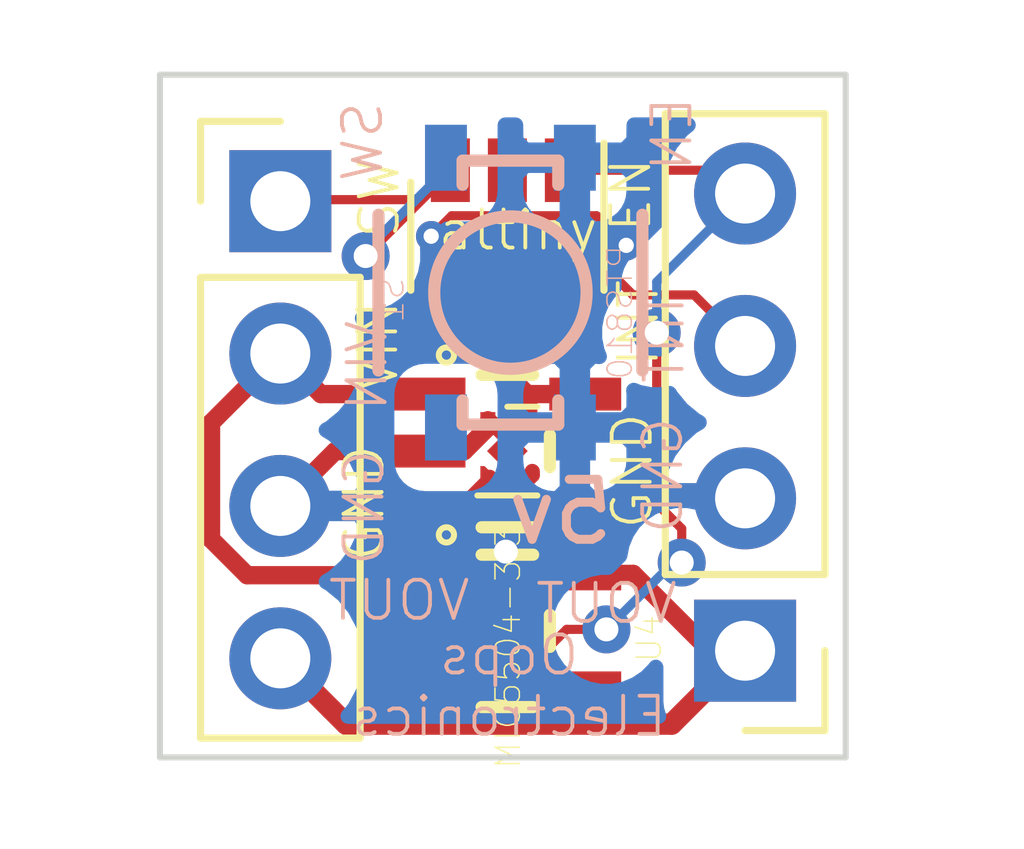
<source format=kicad_pcb>
(kicad_pcb (version 20171130) (host pcbnew "(5.1.4)-1")

  (general
    (thickness 1.6)
    (drawings 21)
    (tracks 78)
    (zones 0)
    (modules 7)
    (nets 8)
  )

  (page A4)
  (layers
    (0 Top signal)
    (31 Bottom signal)
    (32 B.Adhes user)
    (33 F.Adhes user)
    (34 B.Paste user)
    (35 F.Paste user)
    (36 B.SilkS user)
    (37 F.SilkS user)
    (38 B.Mask user)
    (39 F.Mask user)
    (40 Dwgs.User user)
    (41 Cmts.User user)
    (42 Eco1.User user)
    (43 Eco2.User user)
    (44 Edge.Cuts user)
    (45 Margin user)
    (46 B.CrtYd user)
    (47 F.CrtYd user)
    (48 B.Fab user)
    (49 F.Fab user)
  )

  (setup
    (last_trace_width 0.1524)
    (user_trace_width 0.1524)
    (user_trace_width 0.2032)
    (user_trace_width 0.254)
    (user_trace_width 0.3048)
    (user_trace_width 0.3556)
    (user_trace_width 0.4064)
    (user_trace_width 0.508)
    (user_trace_width 0.6096)
    (user_trace_width 0.762)
    (trace_clearance 0.1524)
    (zone_clearance 0.508)
    (zone_45_only no)
    (trace_min 0.1524)
    (via_size 0.8)
    (via_drill 0.4)
    (via_min_size 0.254)
    (via_min_drill 0.254)
    (user_via 0.508 0.254)
    (uvia_size 0.3)
    (uvia_drill 0.1)
    (uvias_allowed no)
    (uvia_min_size 0.2)
    (uvia_min_drill 0.1)
    (edge_width 0.1)
    (segment_width 0.2)
    (pcb_text_width 0.3)
    (pcb_text_size 1.5 1.5)
    (mod_edge_width 0.15)
    (mod_text_size 1 1)
    (mod_text_width 0.15)
    (pad_size 1.524 1.524)
    (pad_drill 0.762)
    (pad_to_mask_clearance 0.051)
    (solder_mask_min_width 0.25)
    (aux_axis_origin 0 0)
    (visible_elements 7FFFFFFF)
    (pcbplotparams
      (layerselection 0x010fc_ffffffff)
      (usegerberextensions false)
      (usegerberattributes false)
      (usegerberadvancedattributes false)
      (creategerberjobfile false)
      (excludeedgelayer true)
      (linewidth 0.100000)
      (plotframeref false)
      (viasonmask false)
      (mode 1)
      (useauxorigin false)
      (hpglpennumber 1)
      (hpglpenspeed 20)
      (hpglpendiameter 15.000000)
      (psnegative false)
      (psa4output false)
      (plotreference true)
      (plotvalue true)
      (plotinvisibletext false)
      (padsonsilk false)
      (subtractmaskfromsilk false)
      (outputformat 1)
      (mirror false)
      (drillshape 1)
      (scaleselection 1)
      (outputdirectory ""))
  )

  (net 0 "")
  (net 1 /SW)
  (net 2 /GND)
  (net 3 /VIN)
  (net 4 /LDO_EN)
  (net 5 /SW_INT)
  (net 6 /SW2v5)
  (net 7 /VOUT)

  (net_class Default "This is the default net class."
    (clearance 0.1524)
    (trace_width 0.1524)
    (via_dia 0.8)
    (via_drill 0.4)
    (uvia_dia 0.3)
    (uvia_drill 0.1)
    (add_net /GND)
    (add_net /LDO_EN)
    (add_net /SW)
    (add_net /SW2v5)
    (add_net /SW_INT)
    (add_net /VIN)
    (add_net /VOUT)
  )

  (module Connector_PinHeader_2.54mm:PinHeader_1x04_P2.54mm_Vertical (layer Top) (tedit 59FED5CC) (tstamp 5EBB20F9)
    (at 140.0556 96.2152 180)
    (descr "Through hole straight pin header, 1x04, 2.54mm pitch, single row")
    (tags "Through hole pin header THT 1x04 2.54mm single row")
    (path /5EBB3B88)
    (fp_text reference J3 (at 0 -2.33) (layer F.SilkS) hide
      (effects (font (size 1 1) (thickness 0.15)))
    )
    (fp_text value Conn_01x04 (at 0 9.95) (layer F.Fab)
      (effects (font (size 1 1) (thickness 0.15)))
    )
    (fp_text user %R (at 0 3.81 90) (layer F.Fab)
      (effects (font (size 1 1) (thickness 0.15)))
    )
    (fp_line (start 1.8 -1.8) (end -1.8 -1.8) (layer F.CrtYd) (width 0.05))
    (fp_line (start 1.8 9.4) (end 1.8 -1.8) (layer F.CrtYd) (width 0.05))
    (fp_line (start -1.8 9.4) (end 1.8 9.4) (layer F.CrtYd) (width 0.05))
    (fp_line (start -1.8 -1.8) (end -1.8 9.4) (layer F.CrtYd) (width 0.05))
    (fp_line (start -1.33 -1.33) (end 0 -1.33) (layer F.SilkS) (width 0.12))
    (fp_line (start -1.33 0) (end -1.33 -1.33) (layer F.SilkS) (width 0.12))
    (fp_line (start -1.33 1.27) (end 1.33 1.27) (layer F.SilkS) (width 0.12))
    (fp_line (start 1.33 1.27) (end 1.33 8.95) (layer F.SilkS) (width 0.12))
    (fp_line (start -1.33 1.27) (end -1.33 8.95) (layer F.SilkS) (width 0.12))
    (fp_line (start -1.33 8.95) (end 1.33 8.95) (layer F.SilkS) (width 0.12))
    (fp_line (start -1.27 -0.635) (end -0.635 -1.27) (layer F.Fab) (width 0.1))
    (fp_line (start -1.27 8.89) (end -1.27 -0.635) (layer F.Fab) (width 0.1))
    (fp_line (start 1.27 8.89) (end -1.27 8.89) (layer F.Fab) (width 0.1))
    (fp_line (start 1.27 -1.27) (end 1.27 8.89) (layer F.Fab) (width 0.1))
    (fp_line (start -0.635 -1.27) (end 1.27 -1.27) (layer F.Fab) (width 0.1))
    (pad 4 thru_hole oval (at 0 7.62 180) (size 1.7 1.7) (drill 1) (layers *.Cu *.Mask)
      (net 4 /LDO_EN))
    (pad 3 thru_hole oval (at 0 5.08 180) (size 1.7 1.7) (drill 1) (layers *.Cu *.Mask)
      (net 5 /SW_INT))
    (pad 2 thru_hole oval (at 0 2.54 180) (size 1.7 1.7) (drill 1) (layers *.Cu *.Mask)
      (net 2 /GND))
    (pad 1 thru_hole rect (at 0 0 180) (size 1.7 1.7) (drill 1) (layers *.Cu *.Mask)
      (net 7 /VOUT))
    (model ${KISYS3DMOD}/Connector_PinHeader_2.54mm.3dshapes/PinHeader_1x04_P2.54mm_Vertical.wrl
      (at (xyz 0 0 0))
      (scale (xyz 1 1 1))
      (rotate (xyz 0 0 0))
    )
  )

  (module Connector_PinHeader_2.54mm:PinHeader_1x04_P2.54mm_Vertical (layer Top) (tedit 59FED5CC) (tstamp 5EBB20E1)
    (at 132.3086 88.7222)
    (descr "Through hole straight pin header, 1x04, 2.54mm pitch, single row")
    (tags "Through hole pin header THT 1x04 2.54mm single row")
    (path /5EBB3485)
    (fp_text reference J2 (at 0 -2.33) (layer F.SilkS) hide
      (effects (font (size 1 1) (thickness 0.15)))
    )
    (fp_text value Conn_01x04 (at 0 9.95) (layer F.Fab)
      (effects (font (size 1 1) (thickness 0.15)))
    )
    (fp_text user %R (at 0 3.81 135) (layer F.Fab)
      (effects (font (size 1 1) (thickness 0.15)))
    )
    (fp_line (start 1.8 -1.8) (end -1.8 -1.8) (layer F.CrtYd) (width 0.05))
    (fp_line (start 1.8 9.4) (end 1.8 -1.8) (layer F.CrtYd) (width 0.05))
    (fp_line (start -1.8 9.4) (end 1.8 9.4) (layer F.CrtYd) (width 0.05))
    (fp_line (start -1.8 -1.8) (end -1.8 9.4) (layer F.CrtYd) (width 0.05))
    (fp_line (start -1.33 -1.33) (end 0 -1.33) (layer F.SilkS) (width 0.12))
    (fp_line (start -1.33 0) (end -1.33 -1.33) (layer F.SilkS) (width 0.12))
    (fp_line (start -1.33 1.27) (end 1.33 1.27) (layer F.SilkS) (width 0.12))
    (fp_line (start 1.33 1.27) (end 1.33 8.95) (layer F.SilkS) (width 0.12))
    (fp_line (start -1.33 1.27) (end -1.33 8.95) (layer F.SilkS) (width 0.12))
    (fp_line (start -1.33 8.95) (end 1.33 8.95) (layer F.SilkS) (width 0.12))
    (fp_line (start -1.27 -0.635) (end -0.635 -1.27) (layer F.Fab) (width 0.1))
    (fp_line (start -1.27 8.89) (end -1.27 -0.635) (layer F.Fab) (width 0.1))
    (fp_line (start 1.27 8.89) (end -1.27 8.89) (layer F.Fab) (width 0.1))
    (fp_line (start 1.27 -1.27) (end 1.27 8.89) (layer F.Fab) (width 0.1))
    (fp_line (start -0.635 -1.27) (end 1.27 -1.27) (layer F.Fab) (width 0.1))
    (pad 4 thru_hole oval (at 0 7.62) (size 1.7 1.7) (drill 1) (layers *.Cu *.Mask)
      (net 7 /VOUT))
    (pad 3 thru_hole oval (at 0 5.08) (size 1.7 1.7) (drill 1) (layers *.Cu *.Mask)
      (net 2 /GND))
    (pad 2 thru_hole oval (at 0 2.54) (size 1.7 1.7) (drill 1) (layers *.Cu *.Mask)
      (net 3 /VIN))
    (pad 1 thru_hole rect (at 0 0) (size 1.7 1.7) (drill 1) (layers *.Cu *.Mask)
      (net 1 /SW))
    (model ${KISYS3DMOD}/Connector_PinHeader_2.54mm.3dshapes/PinHeader_1x04_P2.54mm_Vertical.wrl
      (at (xyz 0 0 0))
      (scale (xyz 1 1 1))
      (rotate (xyz 0 0 0))
    )
  )

  (module JohnLibrary:john-SOT23-5 (layer Top) (tedit 5CA75596) (tstamp 5EBB1AD4)
    (at 136.0932 95.885 270)
    (descr "SMALL OUTLINE TRANSISTOR")
    (tags "SMALL OUTLINE TRANSISTOR")
    (path /5EBB1A85)
    (attr smd)
    (fp_text reference U4 (at 0.127 -2.3622 90) (layer F.SilkS)
      (effects (font (size 0.4064 0.4064) (thickness 0.0254)))
    )
    (fp_text value MIC5504-3.3 (at 0.2667 -0.0127 90) (layer F.SilkS)
      (effects (font (size 0.4064 0.4064) (thickness 0.0254)))
    )
    (fp_circle (center -1.6002 1.016) (end -1.6002 0.889) (layer F.SilkS) (width 0.1))
    (fp_line (start -1.39954 -0.79756) (end -1.39954 0.79756) (layer Dwgs.User) (width 0.1524))
    (fp_line (start 1.39954 -0.79756) (end 1.39954 0.79756) (layer Dwgs.User) (width 0.1524))
    (fp_line (start -0.2667 -0.70866) (end 0.2667 -0.70866) (layer F.SilkS) (width 0.2032))
    (fp_line (start -1.39954 -0.79756) (end 1.39954 -0.79756) (layer Dwgs.User) (width 0.1524))
    (fp_line (start -1.27 0.42926) (end -1.27 -0.42926) (layer F.SilkS) (width 0.2032))
    (fp_line (start 1.39954 0.79756) (end -1.39954 0.79756) (layer Dwgs.User) (width 0.1524))
    (fp_line (start 1.27 -0.42926) (end 1.27 0.42926) (layer F.SilkS) (width 0.2032))
    (fp_line (start -1.19888 -0.84836) (end -1.19888 -1.4986) (layer Dwgs.User) (width 0.06604))
    (fp_line (start -1.19888 -1.4986) (end -0.6985 -1.4986) (layer Dwgs.User) (width 0.06604))
    (fp_line (start -0.6985 -0.84836) (end -0.6985 -1.4986) (layer Dwgs.User) (width 0.06604))
    (fp_line (start -1.19888 -0.84836) (end -0.6985 -0.84836) (layer Dwgs.User) (width 0.06604))
    (fp_line (start 0.6985 -0.84836) (end 0.6985 -1.4986) (layer Dwgs.User) (width 0.06604))
    (fp_line (start 0.6985 -1.4986) (end 1.19888 -1.4986) (layer Dwgs.User) (width 0.06604))
    (fp_line (start 1.19888 -0.84836) (end 1.19888 -1.4986) (layer Dwgs.User) (width 0.06604))
    (fp_line (start 0.6985 -0.84836) (end 1.19888 -0.84836) (layer Dwgs.User) (width 0.06604))
    (fp_line (start 0.6985 1.4986) (end 0.6985 0.84836) (layer Dwgs.User) (width 0.06604))
    (fp_line (start 0.6985 0.84836) (end 1.19888 0.84836) (layer Dwgs.User) (width 0.06604))
    (fp_line (start 1.19888 1.4986) (end 1.19888 0.84836) (layer Dwgs.User) (width 0.06604))
    (fp_line (start 0.6985 1.4986) (end 1.19888 1.4986) (layer Dwgs.User) (width 0.06604))
    (fp_line (start -0.24892 1.4986) (end -0.24892 0.84836) (layer Dwgs.User) (width 0.06604))
    (fp_line (start -0.24892 0.84836) (end 0.24892 0.84836) (layer Dwgs.User) (width 0.06604))
    (fp_line (start 0.24892 1.4986) (end 0.24892 0.84836) (layer Dwgs.User) (width 0.06604))
    (fp_line (start -0.24892 1.4986) (end 0.24892 1.4986) (layer Dwgs.User) (width 0.06604))
    (fp_line (start -1.19888 1.4986) (end -1.19888 0.84836) (layer Dwgs.User) (width 0.06604))
    (fp_line (start -1.19888 0.84836) (end -0.6985 0.84836) (layer Dwgs.User) (width 0.06604))
    (fp_line (start -0.6985 1.4986) (end -0.6985 0.84836) (layer Dwgs.User) (width 0.06604))
    (fp_line (start -1.19888 1.4986) (end -0.6985 1.4986) (layer Dwgs.User) (width 0.06604))
    (pad 5 smd rect (at -0.94996 -1.29794 270) (size 0.54864 1.19888) (layers Top F.Paste F.Mask)
      (net 7 /VOUT))
    (pad 4 smd rect (at 0.94996 -1.29794 270) (size 0.54864 1.19888) (layers Top F.Paste F.Mask))
    (pad 3 smd rect (at 0.94996 1.29794 270) (size 0.54864 1.19888) (layers Top F.Paste F.Mask)
      (net 4 /LDO_EN))
    (pad 2 smd rect (at 0 1.29794 270) (size 0.54864 1.19888) (layers Top F.Paste F.Mask)
      (net 2 /GND))
    (pad 1 smd rect (at -0.94996 1.29794 270) (size 0.54864 1.19888) (layers Top F.Paste F.Mask)
      (net 3 /VIN))
    (model ${KISYS3DMOD}/Package_TO_SOT_SMD.3dshapes/SOT-23-5.step
      (at (xyz 0 0 0))
      (scale (xyz 1 1 1))
      (rotate (xyz 0 0 -90))
    )
  )

  (module JohnLibrary:john-SOT23-5 (layer Top) (tedit 5CA75596) (tstamp 5EBB1667)
    (at 136.093199 92.8878 270)
    (descr "SMALL OUTLINE TRANSISTOR")
    (tags "SMALL OUTLINE TRANSISTOR")
    (path /5EBB3068)
    (attr smd)
    (fp_text reference U3 (at 0.127 -2.3622 90) (layer F.SilkS) hide
      (effects (font (size 0.4064 0.4064) (thickness 0.0254)))
    )
    (fp_text value MIC5504-3.3 (at 0.2667 -0.0127 90) (layer F.SilkS) hide
      (effects (font (size 0.4064 0.4064) (thickness 0.0254)))
    )
    (fp_circle (center -1.6002 1.016) (end -1.6002 0.889) (layer F.SilkS) (width 0.1))
    (fp_line (start -1.39954 -0.79756) (end -1.39954 0.79756) (layer Dwgs.User) (width 0.1524))
    (fp_line (start 1.39954 -0.79756) (end 1.39954 0.79756) (layer Dwgs.User) (width 0.1524))
    (fp_line (start -0.2667 -0.70866) (end 0.2667 -0.70866) (layer F.SilkS) (width 0.2032))
    (fp_line (start -1.39954 -0.79756) (end 1.39954 -0.79756) (layer Dwgs.User) (width 0.1524))
    (fp_line (start -1.27 0.42926) (end -1.27 -0.42926) (layer F.SilkS) (width 0.2032))
    (fp_line (start 1.39954 0.79756) (end -1.39954 0.79756) (layer Dwgs.User) (width 0.1524))
    (fp_line (start 1.27 -0.42926) (end 1.27 0.42926) (layer F.SilkS) (width 0.2032))
    (fp_line (start -1.19888 -0.84836) (end -1.19888 -1.4986) (layer Dwgs.User) (width 0.06604))
    (fp_line (start -1.19888 -1.4986) (end -0.6985 -1.4986) (layer Dwgs.User) (width 0.06604))
    (fp_line (start -0.6985 -0.84836) (end -0.6985 -1.4986) (layer Dwgs.User) (width 0.06604))
    (fp_line (start -1.19888 -0.84836) (end -0.6985 -0.84836) (layer Dwgs.User) (width 0.06604))
    (fp_line (start 0.6985 -0.84836) (end 0.6985 -1.4986) (layer Dwgs.User) (width 0.06604))
    (fp_line (start 0.6985 -1.4986) (end 1.19888 -1.4986) (layer Dwgs.User) (width 0.06604))
    (fp_line (start 1.19888 -0.84836) (end 1.19888 -1.4986) (layer Dwgs.User) (width 0.06604))
    (fp_line (start 0.6985 -0.84836) (end 1.19888 -0.84836) (layer Dwgs.User) (width 0.06604))
    (fp_line (start 0.6985 1.4986) (end 0.6985 0.84836) (layer Dwgs.User) (width 0.06604))
    (fp_line (start 0.6985 0.84836) (end 1.19888 0.84836) (layer Dwgs.User) (width 0.06604))
    (fp_line (start 1.19888 1.4986) (end 1.19888 0.84836) (layer Dwgs.User) (width 0.06604))
    (fp_line (start 0.6985 1.4986) (end 1.19888 1.4986) (layer Dwgs.User) (width 0.06604))
    (fp_line (start -0.24892 1.4986) (end -0.24892 0.84836) (layer Dwgs.User) (width 0.06604))
    (fp_line (start -0.24892 0.84836) (end 0.24892 0.84836) (layer Dwgs.User) (width 0.06604))
    (fp_line (start 0.24892 1.4986) (end 0.24892 0.84836) (layer Dwgs.User) (width 0.06604))
    (fp_line (start -0.24892 1.4986) (end 0.24892 1.4986) (layer Dwgs.User) (width 0.06604))
    (fp_line (start -1.19888 1.4986) (end -1.19888 0.84836) (layer Dwgs.User) (width 0.06604))
    (fp_line (start -1.19888 0.84836) (end -0.6985 0.84836) (layer Dwgs.User) (width 0.06604))
    (fp_line (start -0.6985 1.4986) (end -0.6985 0.84836) (layer Dwgs.User) (width 0.06604))
    (fp_line (start -1.19888 1.4986) (end -0.6985 1.4986) (layer Dwgs.User) (width 0.06604))
    (pad 5 smd rect (at -0.94996 -1.29794 270) (size 0.54864 1.19888) (layers Top F.Paste F.Mask)
      (net 6 /SW2v5))
    (pad 4 smd rect (at 0.94996 -1.29794 270) (size 0.54864 1.19888) (layers Top F.Paste F.Mask))
    (pad 3 smd rect (at 0.94996 1.29794 270) (size 0.54864 1.19888) (layers Top F.Paste F.Mask)
      (net 3 /VIN))
    (pad 2 smd rect (at 0 1.29794 270) (size 0.54864 1.19888) (layers Top F.Paste F.Mask)
      (net 2 /GND))
    (pad 1 smd rect (at -0.94996 1.29794 270) (size 0.54864 1.19888) (layers Top F.Paste F.Mask)
      (net 3 /VIN))
    (model ${KISYS3DMOD}/Package_TO_SOT_SMD.3dshapes/SOT-23-5.step
      (at (xyz 0 0 0))
      (scale (xyz 1 1 1))
      (rotate (xyz 0 0 -90))
    )
  )

  (module Package_DFN_QFN:UDFN-4_1x1mm_P0.65mm (layer Top) (tedit 5A02F385) (tstamp 5EBB131C)
    (at 136.093199 92.8878 270)
    (descr UDFN-4_1x1mm_P0.65mm)
    (tags UDFN-4_1x1mm_P0.65mm)
    (path /5EBB1F73)
    (attr smd)
    (fp_text reference U1 (at 1.8034 -0.3048) (layer F.SilkS) hide
      (effects (font (size 1 1) (thickness 0.15)))
    )
    (fp_text value TCR3UM18ALF (at 0.47 2.34 90) (layer F.Fab)
      (effects (font (size 1 1) (thickness 0.15)))
    )
    (fp_text user %R (at 0.04 0.08 90) (layer F.Fab)
      (effects (font (size 0.25 0.25) (thickness 0.025)))
    )
    (fp_line (start 0.5 -0.5) (end 0.5 0.5) (layer F.Fab) (width 0.1))
    (fp_line (start -0.12 -0.5) (end 0.5 -0.5) (layer F.Fab) (width 0.1))
    (fp_line (start -0.5 0.5) (end -0.5 -0.12) (layer F.Fab) (width 0.1))
    (fp_line (start 0.5 0.5) (end -0.5 0.5) (layer F.Fab) (width 0.1))
    (fp_line (start -0.12 -0.5) (end -0.5 -0.12) (layer F.Fab) (width 0.1))
    (fp_line (start -1.5 1.5) (end -1.5 -1.5) (layer F.CrtYd) (width 0.05))
    (fp_line (start 1.5 1.5) (end -1.5 1.5) (layer F.CrtYd) (width 0.05))
    (fp_line (start 1.5 -1.5) (end 1.5 1.5) (layer F.CrtYd) (width 0.05))
    (fp_line (start -1.5 -1.5) (end 1.5 -1.5) (layer F.CrtYd) (width 0.05))
    (fp_line (start -0.74 -0.5) (end -0.74 0) (layer F.SilkS) (width 0.1))
    (fp_line (start 0.74 -0.5) (end 0.74 0.5) (layer F.SilkS) (width 0.1))
    (pad 2 smd rect (at -0.345 0.415) (size 0.07 0.19) (layers Top F.Paste F.Mask)
      (net 2 /GND))
    (pad 2 smd trapezoid (at -0.43 0.29) (size 0.18 0.18) (rect_delta 0.1799 0 ) (layers Top F.Paste F.Mask)
      (net 2 /GND))
    (pad 1 smd trapezoid (at -0.43 -0.3 90) (size 0.2 0.2) (rect_delta 0 0.19999 ) (layers Top F.Paste F.Mask)
      (net 6 /SW2v5))
    (pad 2 smd rect (at -0.54 0.325 180) (size 0.25 0.22) (layers Top F.Paste F.Mask)
      (net 2 /GND))
    (pad 5 smd rect (at 0 0.17 225) (size 0.24 0.24) (layers Top F.Paste F.Mask)
      (net 2 /GND))
    (pad 1 smd rect (at -0.54 -0.325 180) (size 0.25 0.22) (layers Top F.Paste F.Mask)
      (net 6 /SW2v5))
    (pad 4 smd rect (at 0.54 -0.325 180) (size 0.25 0.22) (layers Top F.Paste F.Mask)
      (net 3 /VIN))
    (pad 4 smd trapezoid (at 0.425 -0.29 180) (size 0.18 0.18) (rect_delta 0.1799 0 ) (layers Top F.Paste F.Mask)
      (net 3 /VIN))
    (pad 4 smd rect (at 0.34 -0.415) (size 0.07 0.19) (layers Top F.Paste F.Mask)
      (net 3 /VIN))
    (pad 3 smd rect (at 0.54 0.325 180) (size 0.25 0.22) (layers Top F.Paste F.Mask)
      (net 3 /VIN))
    (pad 3 smd trapezoid (at 0.43 0.29 270) (size 0.18 0.18) (rect_delta 0 0.17999 ) (layers Top F.Paste F.Mask)
      (net 3 /VIN))
    (pad 1 smd trapezoid (at -0.38 -0.35 90) (size 0.2 0.2) (rect_delta 0 0.19999 ) (layers Top F.Paste F.Mask)
      (net 6 /SW2v5))
    (pad 3 smd rect (at 0.345 0.415) (size 0.07 0.19) (layers Top F.Paste F.Mask)
      (net 3 /VIN))
    (pad 5 smd rect (at 0.17 0 225) (size 0.24 0.24) (layers Top F.Paste F.Mask)
      (net 2 /GND))
    (pad 5 smd rect (at -0.17 0 225) (size 0.24 0.24) (layers Top F.Paste F.Mask)
      (net 2 /GND))
    (pad 5 smd rect (at 0 -0.17 225) (size 0.24 0.24) (layers Top F.Paste F.Mask)
      (net 2 /GND))
    (model ${KISYS3DMOD}/Package_DFN_QFN.3dshapes/UDFN-4_1x1mm_P0.65mm.wrl
      (at (xyz 0 0 0))
      (scale (xyz 1 1 1))
      (rotate (xyz 0 0 0))
    )
  )

  (module JohnLibrary:john-TACTILE_SWITCH_SMD-4 (layer Bottom) (tedit 5EA2F5AB) (tstamp 5EBB0E55)
    (at 136.144 90.2462 270)
    (path /5EBAD348)
    (attr smd)
    (fp_text reference S1 (at 0.127 1.9812 270) (layer B.SilkS)
      (effects (font (size 0.4064 0.4064) (thickness 0.0254)) (justify mirror))
    )
    (fp_text value PTS810 (at 0.3302 -1.8288 270) (layer B.SilkS)
      (effects (font (size 0.4064 0.4064) (thickness 0.0254)) (justify mirror))
    )
    (fp_circle (center 0 0) (end 0 1.27) (layer B.SilkS) (width 0.2032))
    (fp_line (start -1.79832 -0.79756) (end -2.19964 -0.79756) (layer B.SilkS) (width 0.2032))
    (fp_line (start -1.79832 0.79756) (end -2.19964 0.79756) (layer B.SilkS) (width 0.2032))
    (fp_line (start 2.19964 -0.79756) (end 1.79832 -0.79756) (layer B.SilkS) (width 0.2032))
    (fp_line (start 2.19964 0.79756) (end 1.79832 0.79756) (layer B.SilkS) (width 0.2032))
    (fp_line (start -1.29794 -2.19964) (end 1.29794 -2.19964) (layer B.SilkS) (width 0.2032))
    (fp_line (start 2.19964 -0.79756) (end 2.19964 0.79756) (layer B.SilkS) (width 0.2032))
    (fp_line (start 1.29794 2.19964) (end -1.29794 2.19964) (layer B.SilkS) (width 0.2032))
    (fp_line (start -2.19964 0.79756) (end -2.19964 -0.79756) (layer B.SilkS) (width 0.2032))
    (fp_line (start -2.2479 -2.2479) (end -2.2479 2.2479) (layer Dwgs.User) (width 0.127))
    (fp_line (start 2.2479 -2.2479) (end -2.2479 -2.2479) (layer Dwgs.User) (width 0.127))
    (fp_line (start 2.2479 2.2479) (end 2.2479 -2.2479) (layer Dwgs.User) (width 0.127))
    (fp_line (start -2.2479 2.2479) (end 2.2479 2.2479) (layer Dwgs.User) (width 0.127))
    (fp_line (start 1.905 -0.2286) (end 1.905 -1.11252) (layer Dwgs.User) (width 0.127))
    (fp_line (start 1.905 0.4445) (end 2.159 -0.00762) (layer Dwgs.User) (width 0.127))
    (fp_line (start 1.905 1.27) (end 1.905 0.4445) (layer Dwgs.User) (width 0.127))
    (pad B2 smd rect (at 2.2479 -1.07442 270) (size 1.09982 0.6985) (layers Bottom B.Paste B.Mask)
      (net 2 /GND))
    (pad B1 smd rect (at -2.2479 -1.07442 270) (size 1.09982 0.6985) (layers Bottom B.Paste B.Mask)
      (net 2 /GND))
    (pad A2 smd rect (at 2.2479 1.07442 270) (size 1.09982 0.6985) (layers Bottom B.Paste B.Mask)
      (net 1 /SW))
    (pad A1 smd rect (at -2.2479 1.07442 270) (size 1.09982 0.6985) (layers Bottom B.Paste B.Mask)
      (net 1 /SW))
    (model ${PERSONAL3DMOD}/2pts810.step
      (at (xyz 0 0 0))
      (scale (xyz 1 1 1))
      (rotate (xyz 0 0 0))
    )
  )

  (module Package_TO_SOT_SMD:SOT-23-6 (layer Top) (tedit 5A02FF57) (tstamp 5E8A575E)
    (at 136.0932 89.3064 270)
    (descr "6-pin SOT-23 package")
    (tags SOT-23-6)
    (path /5E8F1EF9)
    (attr smd)
    (fp_text reference U2 (at 0 -2.9 90) (layer F.SilkS) hide
      (effects (font (size 1 1) (thickness 0.15)))
    )
    (fp_text value ATtiny10-TS (at 0 2.9 135) (layer F.Fab)
      (effects (font (size 1 1) (thickness 0.15)))
    )
    (fp_text user %R (at 0 0) (layer F.Fab)
      (effects (font (size 0.5 0.5) (thickness 0.075)))
    )
    (fp_line (start -0.9 1.61) (end 0.9 1.61) (layer F.SilkS) (width 0.12))
    (fp_line (start 0.9 -1.61) (end -1.55 -1.61) (layer F.SilkS) (width 0.12))
    (fp_line (start 1.9 -1.8) (end -1.9 -1.8) (layer F.CrtYd) (width 0.05))
    (fp_line (start 1.9 1.8) (end 1.9 -1.8) (layer F.CrtYd) (width 0.05))
    (fp_line (start -1.9 1.8) (end 1.9 1.8) (layer F.CrtYd) (width 0.05))
    (fp_line (start -1.9 -1.8) (end -1.9 1.8) (layer F.CrtYd) (width 0.05))
    (fp_line (start -0.9 -0.9) (end -0.25 -1.55) (layer F.Fab) (width 0.1))
    (fp_line (start 0.9 -1.55) (end -0.25 -1.55) (layer F.Fab) (width 0.1))
    (fp_line (start -0.9 -0.9) (end -0.9 1.55) (layer F.Fab) (width 0.1))
    (fp_line (start 0.9 1.55) (end -0.9 1.55) (layer F.Fab) (width 0.1))
    (fp_line (start 0.9 -1.55) (end 0.9 1.55) (layer F.Fab) (width 0.1))
    (pad 1 smd rect (at -1.1 -0.95 270) (size 1.06 0.65) (layers Top F.Paste F.Mask)
      (net 4 /LDO_EN))
    (pad 2 smd rect (at -1.1 0 270) (size 1.06 0.65) (layers Top F.Paste F.Mask)
      (net 2 /GND))
    (pad 3 smd rect (at -1.1 0.95 270) (size 1.06 0.65) (layers Top F.Paste F.Mask)
      (net 1 /SW))
    (pad 4 smd rect (at 1.1 0.95 270) (size 1.06 0.65) (layers Top F.Paste F.Mask)
      (net 5 /SW_INT))
    (pad 6 smd rect (at 1.1 -0.95 270) (size 1.06 0.65) (layers Top F.Paste F.Mask))
    (pad 5 smd rect (at 1.1 0 270) (size 1.06 0.65) (layers Top F.Paste F.Mask)
      (net 6 /SW2v5))
    (model ${KISYS3DMOD}/Package_TO_SOT_SMD.3dshapes/SOT-23-6.wrl
      (at (xyz 0 0 0))
      (scale (xyz 1 1 1))
      (rotate (xyz 0 0 0))
    )
  )

  (gr_text "Oops\nElectronics" (at 136.1186 96.7994) (layer B.SilkS)
    (effects (font (size 0.635 0.635) (thickness 0.0635)) (justify mirror))
  )
  (gr_text 5v (at 136.9822 93.9038) (layer B.SilkS)
    (effects (font (size 1 1) (thickness 0.15)) (justify mirror))
  )
  (gr_text VOUT (at 137.7442 95.4278) (layer B.SilkS) (tstamp 5EBB39DD)
    (effects (font (size 0.635 0.635) (thickness 0.0635)) (justify mirror))
  )
  (gr_text VOUT (at 134.2898 95.377) (layer B.SilkS) (tstamp 5EBB39DB)
    (effects (font (size 0.635 0.635) (thickness 0.0635)) (justify mirror))
  )
  (gr_text attiny (at 136.271 89.2048) (layer F.SilkS)
    (effects (font (size 0.635 0.635) (thickness 0.0635)))
  )
  (gr_text EN (at 138.8364 87.6046 90) (layer B.SilkS) (tstamp 5EBB0FE9)
    (effects (font (size 0.635 0.635) (thickness 0.0635)) (justify mirror))
  )
  (gr_text GND (at 138.684 93.2942 90) (layer B.SilkS) (tstamp 5EBB0F9C)
    (effects (font (size 0.635 0.635) (thickness 0.0635)) (justify mirror))
  )
  (gr_text INT (at 138.7094 91.0336 90) (layer B.SilkS) (tstamp 5EBB0F98)
    (effects (font (size 0.635 0.635) (thickness 0.0635)) (justify mirror))
  )
  (gr_text VIN (at 133.7564 91.4654 90) (layer B.SilkS) (tstamp 5EBB0F94)
    (effects (font (size 0.635 0.635) (thickness 0.0635)) (justify mirror))
  )
  (gr_text GND (at 133.7056 93.8276 90) (layer B.SilkS) (tstamp 5EBB0F90)
    (effects (font (size 0.635 0.635) (thickness 0.0635)) (justify mirror))
  )
  (gr_text SW (at 133.6802 87.7316 90) (layer B.SilkS) (tstamp 5EBB0F5D)
    (effects (font (size 0.635 0.635) (thickness 0.0635)) (justify mirror))
  )
  (gr_line (start 130.302 97.9932) (end 130.302 86.614) (layer Edge.Cuts) (width 0.1))
  (gr_line (start 141.732 97.9932) (end 130.302 97.9932) (layer Edge.Cuts) (width 0.1))
  (gr_line (start 141.732 86.614) (end 141.732 97.9932) (layer Edge.Cuts) (width 0.1))
  (gr_line (start 130.302 86.614) (end 141.732 86.614) (layer Edge.Cuts) (width 0.1))
  (gr_text EN (at 138.1506 88.6206 90) (layer F.SilkS) (tstamp 5E8A583D)
    (effects (font (size 0.635 0.635) (thickness 0.0635)))
  )
  (gr_text INT (at 138.2776 90.7542 90) (layer F.SilkS) (tstamp 5E8A5821)
    (effects (font (size 0.635 0.635) (thickness 0.0635)))
  )
  (gr_text GND (at 138.176 93.218 90) (layer F.SilkS) (tstamp 5E8A581A)
    (effects (font (size 0.635 0.635) (thickness 0.0635)))
  )
  (gr_text SW (at 133.9596 88.6714 90) (layer F.SilkS) (tstamp 5E8A553F)
    (effects (font (size 0.635 0.635) (thickness 0.0635)))
  )
  (gr_text GND (at 133.7056 93.7514 90) (layer F.SilkS) (tstamp 5E8A5537)
    (effects (font (size 0.635 0.635) (thickness 0.0635)))
  )
  (gr_text VIN (at 133.9342 91.1352 90) (layer F.SilkS)
    (effects (font (size 0.635 0.635) (thickness 0.0635)))
  )

  (segment (start 134.6528 88.6968) (end 135.1432 88.2064) (width 0.1524) (layer Top) (net 1))
  (segment (start 132.3086 88.6968) (end 134.6528 88.6968) (width 0.1524) (layer Top) (net 1))
  (via (at 133.731 89.6366) (size 0.8) (drill 0.4) (layers Top Bottom) (net 1))
  (segment (start 133.731 89.53754) (end 133.731 89.6366) (width 0.1524) (layer Bottom) (net 1))
  (segment (start 135.06958 87.9983) (end 135.06958 88.19896) (width 0.1524) (layer Bottom) (net 1))
  (segment (start 135.06958 88.19896) (end 133.731 89.53754) (width 0.1524) (layer Bottom) (net 1))
  (segment (start 135.1432 88.2244) (end 135.1432 88.2064) (width 0.1524) (layer Top) (net 1))
  (segment (start 133.731 89.6366) (end 135.1432 88.2244) (width 0.1524) (layer Top) (net 1))
  (via (at 134.8232 89.3064) (size 0.508) (drill 0.254) (layers Top Bottom) (net 2))
  (segment (start 135.164599 88.965001) (end 134.8232 89.3064) (width 0.1524) (layer Top) (net 2))
  (segment (start 136.016999 88.965001) (end 135.164599 88.965001) (width 0.1524) (layer Top) (net 2))
  (segment (start 136.0932 88.2064) (end 136.0932 88.8888) (width 0.1524) (layer Top) (net 2))
  (segment (start 136.0932 88.8888) (end 136.016999 88.965001) (width 0.1524) (layer Top) (net 2))
  (via (at 138.0744 89.4588) (size 0.508) (drill 0.254) (layers Top Bottom) (net 2))
  (segment (start 137.580601 88.965001) (end 138.0744 89.4588) (width 0.1524) (layer Top) (net 2))
  (segment (start 136.0932 88.8888) (end 136.169401 88.965001) (width 0.1524) (layer Top) (net 2))
  (segment (start 136.169401 88.965001) (end 137.580601 88.965001) (width 0.1524) (layer Top) (net 2))
  (segment (start 136.093199 92.6728) (end 135.7682 92.3478) (width 0.254) (layer Top) (net 2))
  (segment (start 136.0932 92.717799) (end 136.093199 92.6728) (width 0.254) (layer Top) (net 2))
  (segment (start 135.373199 92.8878) (end 135.803199 92.4578) (width 0.3048) (layer Top) (net 2))
  (segment (start 134.795259 92.8878) (end 135.373199 92.8878) (width 0.3048) (layer Top) (net 2))
  (via (at 136.0678 94.5642) (size 0.8) (drill 0.4) (layers Top Bottom) (net 2))
  (segment (start 136.0678 95.5167) (end 136.0678 94.5642) (width 0.3048) (layer Top) (net 2))
  (segment (start 134.79526 95.885) (end 135.6995 95.885) (width 0.3048) (layer Top) (net 2))
  (segment (start 135.6995 95.885) (end 136.0678 95.5167) (width 0.3048) (layer Top) (net 2))
  (segment (start 133.223 92.8878) (end 132.3086 93.8022) (width 0.3048) (layer Top) (net 2))
  (segment (start 134.795259 92.8878) (end 133.223 92.8878) (width 0.3048) (layer Top) (net 2))
  (segment (start 135.977462 93.506916) (end 135.795773 93.325227) (width 0.254) (layer Top) (net 3))
  (segment (start 136.289084 93.506916) (end 135.977462 93.506916) (width 0.254) (layer Top) (net 3))
  (segment (start 136.5082 93.2278) (end 136.5082 93.2878) (width 0.254) (layer Top) (net 3))
  (segment (start 136.5082 93.2878) (end 136.289084 93.506916) (width 0.254) (layer Top) (net 3))
  (segment (start 134.795259 94.935039) (end 134.79526 94.93504) (width 0.3048) (layer Top) (net 3))
  (segment (start 134.795259 93.83776) (end 134.795259 94.935039) (width 0.3048) (layer Top) (net 3))
  (segment (start 135.358239 93.83776) (end 135.768199 93.4278) (width 0.3048) (layer Top) (net 3))
  (segment (start 134.795259 93.83776) (end 135.358239 93.83776) (width 0.3048) (layer Top) (net 3))
  (segment (start 132.98424 91.93784) (end 132.3086 91.2622) (width 0.3048) (layer Top) (net 3))
  (segment (start 134.795259 91.93784) (end 132.98424 91.93784) (width 0.3048) (layer Top) (net 3))
  (segment (start 133.89102 94.93504) (end 134.79526 94.93504) (width 0.3048) (layer Top) (net 3))
  (segment (start 133.869059 94.957001) (end 133.89102 94.93504) (width 0.3048) (layer Top) (net 3))
  (segment (start 131.754295 94.957001) (end 133.869059 94.957001) (width 0.3048) (layer Top) (net 3))
  (segment (start 131.153799 94.356505) (end 131.754295 94.957001) (width 0.3048) (layer Top) (net 3))
  (segment (start 131.153799 92.417001) (end 131.153799 94.356505) (width 0.3048) (layer Top) (net 3))
  (segment (start 132.3086 91.2622) (end 131.153799 92.417001) (width 0.3048) (layer Top) (net 3))
  (segment (start 139.6414 88.2064) (end 140.081 88.646) (width 0.1524) (layer Top) (net 4))
  (segment (start 137.0432 88.2064) (end 139.6414 88.2064) (width 0.1524) (layer Top) (net 4))
  (via (at 137.7442 95.8596) (size 0.8) (drill 0.4) (layers Top Bottom) (net 4))
  (segment (start 137.081258 95.8596) (end 137.7442 95.8596) (width 0.1524) (layer Top) (net 4))
  (segment (start 134.79526 96.83496) (end 136.105898 96.83496) (width 0.1524) (layer Top) (net 4))
  (segment (start 136.105898 96.83496) (end 137.081258 95.8596) (width 0.1524) (layer Top) (net 4))
  (via (at 138.999234 94.746295) (size 0.8) (drill 0.4) (layers Top Bottom) (net 4))
  (segment (start 137.7442 95.8596) (end 138.857505 94.746295) (width 0.1524) (layer Bottom) (net 4))
  (segment (start 138.857505 94.746295) (end 138.999234 94.746295) (width 0.1524) (layer Bottom) (net 4))
  (segment (start 138.999234 94.18061) (end 138.5824 93.763776) (width 0.1524) (layer Top) (net 4))
  (segment (start 138.999234 94.746295) (end 138.999234 94.18061) (width 0.1524) (layer Top) (net 4))
  (via (at 138.5824 90.913801) (size 0.8) (drill 0.4) (layers Top Bottom) (net 4))
  (segment (start 138.5824 93.763776) (end 138.5824 90.913801) (width 0.1524) (layer Top) (net 4))
  (segment (start 138.5824 90.0684) (end 140.0556 88.5952) (width 0.1524) (layer Bottom) (net 4))
  (segment (start 138.5824 90.913801) (end 138.5824 90.0684) (width 0.1524) (layer Bottom) (net 4))
  (segment (start 139.205601 90.285201) (end 140.0556 91.1352) (width 0.1524) (layer Top) (net 5))
  (segment (start 138.186551 90.285201) (end 139.205601 90.285201) (width 0.1524) (layer Top) (net 5))
  (segment (start 137.549149 89.647799) (end 138.186551 90.285201) (width 0.1524) (layer Top) (net 5))
  (segment (start 135.219401 89.647799) (end 137.549149 89.647799) (width 0.1524) (layer Top) (net 5))
  (segment (start 135.1432 89.724) (end 135.219401 89.647799) (width 0.1524) (layer Top) (net 5))
  (segment (start 135.1432 90.4064) (end 135.1432 89.724) (width 0.1524) (layer Top) (net 5))
  (segment (start 136.441034 91.983705) (end 136.441034 92.409964) (width 0.3048) (layer Top) (net 6))
  (segment (start 137.391139 91.93784) (end 136.486899 91.93784) (width 0.3048) (layer Top) (net 6))
  (segment (start 136.486899 91.93784) (end 136.441034 91.983705) (width 0.3048) (layer Top) (net 6))
  (segment (start 136.0932 91.2412) (end 136.0932 90.4064) (width 0.3048) (layer Top) (net 6))
  (segment (start 136.0932 91.608001) (end 136.0932 91.2412) (width 0.3048) (layer Top) (net 6))
  (segment (start 136.418199 91.933) (end 136.0932 91.608001) (width 0.3048) (layer Top) (net 6))
  (segment (start 136.418199 92.3478) (end 136.418199 91.933) (width 0.3048) (layer Top) (net 6))
  (segment (start 139.4714 96.2152) (end 140.0556 96.2152) (width 0.3048) (layer Top) (net 7))
  (segment (start 137.39114 94.93504) (end 138.19124 94.93504) (width 0.3048) (layer Top) (net 7))
  (segment (start 138.19124 94.93504) (end 139.4714 96.2152) (width 0.3048) (layer Top) (net 7))
  (segment (start 133.158599 97.192199) (end 132.3086 96.3422) (width 0.3556) (layer Top) (net 7))
  (segment (start 133.405881 97.439481) (end 133.158599 97.192199) (width 0.3556) (layer Top) (net 7))
  (segment (start 140.0556 96.2152) (end 138.831319 97.439481) (width 0.3556) (layer Top) (net 7))
  (segment (start 138.831319 97.439481) (end 133.405881 97.439481) (width 0.3556) (layer Top) (net 7))

  (zone (net 2) (net_name /GND) (layer Bottom) (tstamp 0) (hatch edge 0.508)
    (connect_pads (clearance 0.508))
    (min_thickness 0.254)
    (fill yes (arc_segments 32) (thermal_gap 0.508) (thermal_bridge_width 0.508))
    (polygon
      (pts
        (xy 130.8862 87.3252) (xy 141.3256 87.3252) (xy 141.351 97.5614) (xy 130.937 97.5614)
      )
    )
    (filled_polygon
      (pts
        (xy 136.23417 87.71255) (xy 136.39292 87.8713) (xy 137.09142 87.8713) (xy 137.09142 87.8513) (xy 137.34542 87.8513)
        (xy 137.34542 87.8713) (xy 138.04392 87.8713) (xy 138.20267 87.71255) (xy 138.205698 87.4522) (xy 139.107531 87.4522)
        (xy 139.000466 87.540066) (xy 138.814894 87.766186) (xy 138.677001 88.024166) (xy 138.592087 88.304089) (xy 138.563415 88.5952)
        (xy 138.592087 88.886311) (xy 138.630866 89.014147) (xy 138.10421 89.540803) (xy 138.077074 89.563073) (xy 138.054804 89.590209)
        (xy 138.054803 89.59021) (xy 137.988198 89.671368) (xy 137.952295 89.738539) (xy 137.922159 89.794919) (xy 137.881492 89.92898)
        (xy 137.8712 90.033464) (xy 137.8712 90.033474) (xy 137.86776 90.0684) (xy 137.8712 90.103326) (xy 137.8712 90.16129)
        (xy 137.778463 90.254027) (xy 137.665195 90.423545) (xy 137.587174 90.611903) (xy 137.5474 90.811862) (xy 137.5474 91.01574)
        (xy 137.587174 91.215699) (xy 137.627049 91.311966) (xy 137.56767 91.306118) (xy 137.50417 91.30919) (xy 137.34542 91.46794)
        (xy 137.34542 92.3671) (xy 138.04392 92.3671) (xy 138.20267 92.20835) (xy 138.205742 91.94419) (xy 138.198952 91.875248)
        (xy 138.280502 91.909027) (xy 138.480461 91.948801) (xy 138.684339 91.948801) (xy 138.794901 91.926809) (xy 138.814894 91.964214)
        (xy 139.000466 92.190334) (xy 139.226586 92.375906) (xy 139.291123 92.410401) (xy 139.174245 92.480022) (xy 138.958012 92.674931)
        (xy 138.783959 92.90828) (xy 138.658775 93.171101) (xy 138.614124 93.31831) (xy 138.735445 93.5482) (xy 139.9286 93.5482)
        (xy 139.9286 93.5282) (xy 140.1826 93.5282) (xy 140.1826 93.5482) (xy 140.2026 93.5482) (xy 140.2026 93.8022)
        (xy 140.1826 93.8022) (xy 140.1826 93.8222) (xy 139.9286 93.8222) (xy 139.9286 93.8022) (xy 139.424572 93.8022)
        (xy 139.301132 93.751069) (xy 139.101173 93.711295) (xy 138.897295 93.711295) (xy 138.697336 93.751069) (xy 138.508978 93.82909)
        (xy 138.33946 93.942358) (xy 138.195297 94.086521) (xy 138.082029 94.256039) (xy 138.004008 94.444397) (xy 137.96686 94.631152)
        (xy 137.773413 94.8246) (xy 137.642261 94.8246) (xy 137.442302 94.864374) (xy 137.253944 94.942395) (xy 137.084426 95.055663)
        (xy 136.940263 95.199826) (xy 136.826995 95.369344) (xy 136.748974 95.557702) (xy 136.7092 95.757661) (xy 136.7092 95.961539)
        (xy 136.748974 96.161498) (xy 136.826995 96.349856) (xy 136.940263 96.519374) (xy 137.084426 96.663537) (xy 137.253944 96.776805)
        (xy 137.442302 96.854826) (xy 137.642261 96.8946) (xy 137.846139 96.8946) (xy 138.046098 96.854826) (xy 138.234456 96.776805)
        (xy 138.403974 96.663537) (xy 138.548137 96.519374) (xy 138.567528 96.490353) (xy 138.567528 97.0652) (xy 138.579788 97.189682)
        (xy 138.61574 97.3082) (xy 133.436884 97.3082) (xy 133.549306 97.171214) (xy 133.687199 96.913234) (xy 133.772113 96.633311)
        (xy 133.800785 96.3422) (xy 133.772113 96.051089) (xy 133.687199 95.771166) (xy 133.549306 95.513186) (xy 133.363734 95.287066)
        (xy 133.137614 95.101494) (xy 133.073077 95.066999) (xy 133.189955 94.997378) (xy 133.406188 94.802469) (xy 133.580241 94.56912)
        (xy 133.705425 94.306299) (xy 133.750076 94.15909) (xy 133.628755 93.9292) (xy 132.4356 93.9292) (xy 132.4356 93.9492)
        (xy 132.1816 93.9492) (xy 132.1816 93.9292) (xy 132.1616 93.9292) (xy 132.1616 93.6752) (xy 132.1816 93.6752)
        (xy 132.1816 93.6552) (xy 132.4356 93.6552) (xy 132.4356 93.6752) (xy 133.628755 93.6752) (xy 133.750076 93.44531)
        (xy 133.705425 93.298101) (xy 133.580241 93.03528) (xy 133.406188 92.801931) (xy 133.189955 92.607022) (xy 133.073077 92.537401)
        (xy 133.137614 92.502906) (xy 133.363734 92.317334) (xy 133.549306 92.091214) (xy 133.627891 91.94419) (xy 134.082258 91.94419)
        (xy 134.082258 93.04401) (xy 134.094518 93.168492) (xy 134.130828 93.28819) (xy 134.189793 93.398504) (xy 134.269145 93.495195)
        (xy 134.365836 93.574547) (xy 134.47615 93.633512) (xy 134.595848 93.669822) (xy 134.72033 93.682082) (xy 135.41883 93.682082)
        (xy 135.543312 93.669822) (xy 135.66301 93.633512) (xy 135.773324 93.574547) (xy 135.870015 93.495195) (xy 135.949367 93.398504)
        (xy 136.008332 93.28819) (xy 136.044642 93.168492) (xy 136.056902 93.04401) (xy 136.231098 93.04401) (xy 136.243358 93.168492)
        (xy 136.279668 93.28819) (xy 136.338633 93.398504) (xy 136.417985 93.495195) (xy 136.514676 93.574547) (xy 136.62499 93.633512)
        (xy 136.744688 93.669822) (xy 136.86917 93.682082) (xy 136.93267 93.67901) (xy 137.09142 93.52026) (xy 137.09142 92.6211)
        (xy 137.34542 92.6211) (xy 137.34542 93.52026) (xy 137.50417 93.67901) (xy 137.56767 93.682082) (xy 137.692152 93.669822)
        (xy 137.81185 93.633512) (xy 137.922164 93.574547) (xy 138.018855 93.495195) (xy 138.098207 93.398504) (xy 138.157172 93.28819)
        (xy 138.193482 93.168492) (xy 138.205742 93.04401) (xy 138.20267 92.77985) (xy 138.04392 92.6211) (xy 137.34542 92.6211)
        (xy 137.09142 92.6211) (xy 136.39292 92.6211) (xy 136.23417 92.77985) (xy 136.231098 93.04401) (xy 136.056902 93.04401)
        (xy 136.056902 91.94419) (xy 136.231098 91.94419) (xy 136.23417 92.20835) (xy 136.39292 92.3671) (xy 137.09142 92.3671)
        (xy 137.09142 91.46794) (xy 136.93267 91.30919) (xy 136.86917 91.306118) (xy 136.744688 91.318378) (xy 136.62499 91.354688)
        (xy 136.514676 91.413653) (xy 136.417985 91.493005) (xy 136.338633 91.589696) (xy 136.279668 91.70001) (xy 136.243358 91.819708)
        (xy 136.231098 91.94419) (xy 136.056902 91.94419) (xy 136.044642 91.819708) (xy 136.008332 91.70001) (xy 135.949367 91.589696)
        (xy 135.870015 91.493005) (xy 135.773324 91.413653) (xy 135.66301 91.354688) (xy 135.543312 91.318378) (xy 135.41883 91.306118)
        (xy 134.72033 91.306118) (xy 134.595848 91.318378) (xy 134.47615 91.354688) (xy 134.365836 91.413653) (xy 134.269145 91.493005)
        (xy 134.189793 91.589696) (xy 134.130828 91.70001) (xy 134.094518 91.819708) (xy 134.082258 91.94419) (xy 133.627891 91.94419)
        (xy 133.687199 91.833234) (xy 133.772113 91.553311) (xy 133.800785 91.2622) (xy 133.772113 90.971089) (xy 133.687199 90.691166)
        (xy 133.676741 90.6716) (xy 133.832939 90.6716) (xy 134.032898 90.631826) (xy 134.221256 90.553805) (xy 134.390774 90.440537)
        (xy 134.534937 90.296374) (xy 134.648205 90.126856) (xy 134.726226 89.938498) (xy 134.766 89.738539) (xy 134.766 89.534661)
        (xy 134.761631 89.512696) (xy 135.088046 89.186282) (xy 135.41883 89.186282) (xy 135.543312 89.174022) (xy 135.66301 89.137712)
        (xy 135.773324 89.078747) (xy 135.870015 88.999395) (xy 135.949367 88.902704) (xy 136.008332 88.79239) (xy 136.044642 88.672692)
        (xy 136.056902 88.54821) (xy 136.231098 88.54821) (xy 136.243358 88.672692) (xy 136.279668 88.79239) (xy 136.338633 88.902704)
        (xy 136.417985 88.999395) (xy 136.514676 89.078747) (xy 136.62499 89.137712) (xy 136.744688 89.174022) (xy 136.86917 89.186282)
        (xy 136.93267 89.18321) (xy 137.09142 89.02446) (xy 137.09142 88.1253) (xy 137.34542 88.1253) (xy 137.34542 89.02446)
        (xy 137.50417 89.18321) (xy 137.56767 89.186282) (xy 137.692152 89.174022) (xy 137.81185 89.137712) (xy 137.922164 89.078747)
        (xy 138.018855 88.999395) (xy 138.098207 88.902704) (xy 138.157172 88.79239) (xy 138.193482 88.672692) (xy 138.205742 88.54821)
        (xy 138.20267 88.28405) (xy 138.04392 88.1253) (xy 137.34542 88.1253) (xy 137.09142 88.1253) (xy 136.39292 88.1253)
        (xy 136.23417 88.28405) (xy 136.231098 88.54821) (xy 136.056902 88.54821) (xy 136.056902 87.4522) (xy 136.231142 87.4522)
      )
    )
  )
)

</source>
